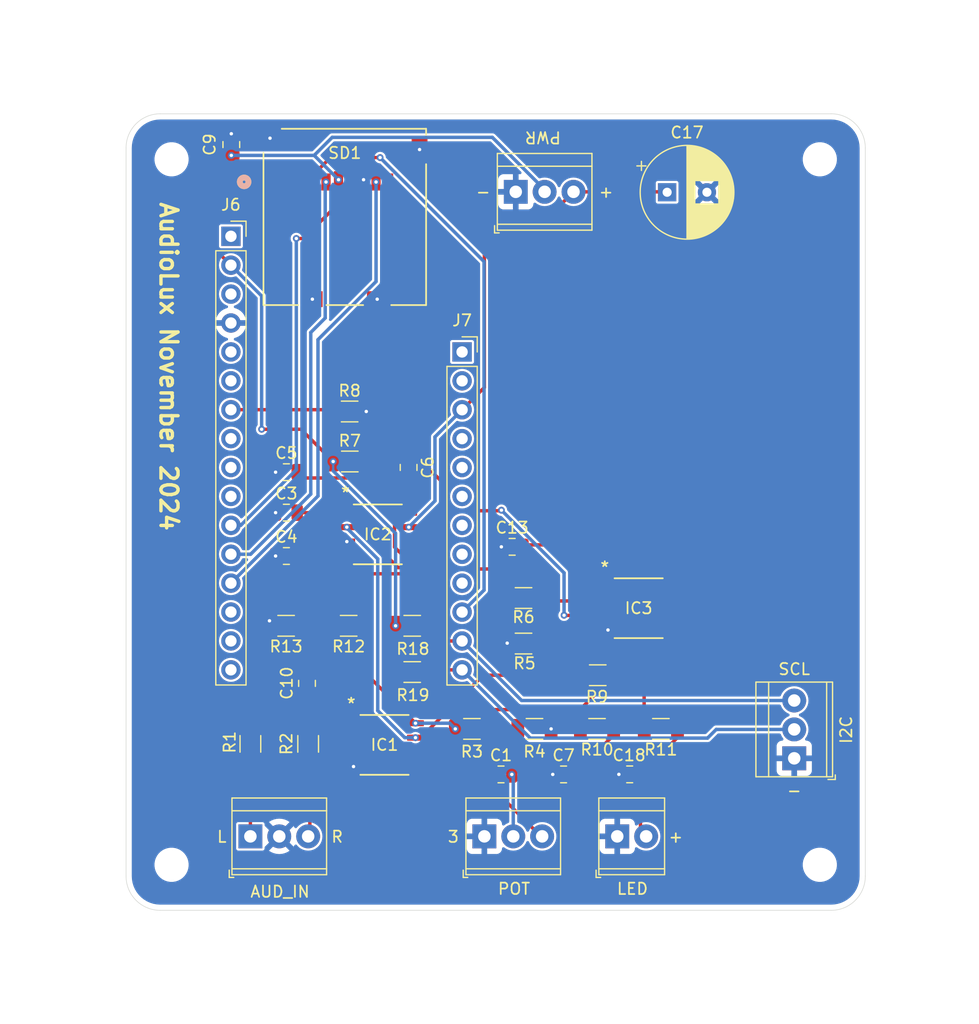
<source format=kicad_pcb>
(kicad_pcb (version 20240108) (generator "pcbnew") (generator_version "8.0")
  (layers (0 "F.Cu" signal) (31 "B.Cu" signal) (34 "B.Paste" user) (35 "F.Paste" user) (36 "B.SilkS" user "B.Silkscreen") (37 "F.SilkS" user "F.Silkscreen") (38 "B.Mask" user) (39 "F.Mask" user) (44 "Edge.Cuts" user))
  (net 0 "")
  (net 1 "GND")
  (net 2 "Net-(C7-Pad2)")
  (net 3 "A1")
  (net 4 "A0")
  (net 5 "3V3")
  (net 6 "A2")
  (net 7 "USB")
  (net 8 "Net-(C10-Pad2)")
  (net 9 "Net-(IC1-2IN+)")
  (net 10 "Net-(IC2-COM)")
  (net 11 "Net-(IC2-CLK)")
  (net 12 "Net-(IC2-OUT)")
  (net 13 "Net-(IC1-1IN+)")
  (net 14 "Net-(IC1-1IN-)")
  (net 15 "Net-(IC1-2IN-)")
  (net 16 "Net-(IC1-2OUT)")
  (net 17 "Net-(IC3-1IN-)")
  (net 18 "Net-(IC3-1OUT)")
  (net 22 "Net-(J4-Pin_2)")
  (net 23 "Net-(J3-Pin_1)")
  (net 24 "Net-(J3-Pin_3)")
  (net 25 "Net-(J5-Pin_2)")
  (net 39 "SD_CS")
  (net 41 "MI")
  (net 42 "TX")
  (net 43 "RX")
  (net 44 "SCK")
  (net 45 "MO")
  (net 46 "SDA")
  (net 47 "SCL")
  (footprint "Capacitor_SMD:C_0805_2012Metric" (layer "F.Cu") (at 132.968 108.056)
    (property "Reference" "C1" (at 0 -1.68 0) (layer "F.SilkS"))
    (property "Value" "10uF")
    (pad "1" smd roundrect (at -0.95 0) (size 1 1.45) (layers "F.Cu" "F.Paste" "F.Mask") (net 9 "Net-(IC1-2IN+)"))
    (pad "2" smd roundrect (at 0.95 0) (size 1 1.45) (layers "F.Cu" "F.Paste" "F.Mask") (net 22 "Net-(J4-Pin_2)"))
  )
  (footprint "TerminalBlock_TE-Connectivity:TerminalBlock_TE_282834-3_1x03_P2.54mm_Horizontal" (layer "F.Cu") (at 110.931 113.5)
    (property "Reference" "J3")
    (property "Value" "Screw_Terminal_01x03")
    (pad "1" thru_hole rect (at 0 0) (size 2.1 2.1) (drill 1.1) (layers "*.Cu" "*.Mask") (net 23 "Net-(J3-Pin_1)"))
    (pad "2" thru_hole circle (at 2.54 0) (size 2.1 2.1) (drill 1.1) (layers "*.Cu" "*.Mask") (net 1 "GND"))
    (pad "3" thru_hole circle (at 5.08 0) (size 2.1 2.1) (drill 1.1) (layers "*.Cu" "*.Mask") (net 24 "Net-(J3-Pin_3)"))
  )
  (footprint "Resistor_SMD:R_1206_3216Metric" (layer "F.Cu") (at 119.5725 94.996 180)
    (property "Reference" "R12" (at 0 -1.82 0) (layer "F.SilkS"))
    (property "Value" "10k")
    (pad "1" smd roundrect (at -1.4625 0 180) (size 1.125 1.75) (layers "F.Cu" "F.Paste" "F.Mask") (roundrect_rratio 0.222222) (net 7 "USB"))
    (pad "2" smd roundrect (at 1.4625 0 180) (size 1.125 1.75) (layers "F.Cu" "F.Paste" "F.Mask") (roundrect_rratio 0.222222) (net 13 "Net-(IC1-1IN+)"))
  )
  (footprint "Resistor_SMD:R_1206_3216Metric" (layer "F.Cu") (at 125.1605 99.06 180)
    (property "Reference" "R19" (at -0.0615 -2.032 0) (layer "F.SilkS"))
    (property "Value" "10k")
    (pad "1" smd roundrect (at -1.4625 0 180) (size 1.125 1.75) (layers "F.Cu" "F.Paste" "F.Mask") (roundrect_rratio 0.222222) (net 46 "SDA"))
    (pad "2" smd roundrect (at 1.4625 0 180) (size 1.125 1.75) (layers "F.Cu" "F.Paste" "F.Mask") (roundrect_rratio 0.222222) (net 5 "3V3"))
  )
  (footprint "Resistor_SMD:R_1206_3216Metric" (layer "F.Cu") (at 114.0725 94.996 180)
    (property "Reference" "R13" (at 0 -1.82 0) (layer "F.SilkS"))
    (property "Value" "10k")
    (pad "1" smd roundrect (at -1.4625 0 180) (size 1.125 1.75) (layers "F.Cu" "F.Paste" "F.Mask") (roundrect_rratio 0.222222) (net 13 "Net-(IC1-1IN+)"))
    (pad "2" smd roundrect (at 1.4625 0 180) (size 1.125 1.75) (layers "F.Cu" "F.Paste" "F.Mask") (roundrect_rratio 0.222222) (net 1 "GND"))
  )
  (footprint "Resistor_SMD:R_1206_3216Metric" (layer "F.Cu") (at 116.011 105.372 -90)
    (property "Reference" "R2" (at 0 1.908 90) (layer "F.SilkS"))
    (property "Value" "10k")
    (pad "1" smd roundrect (at -1.4625 0 270) (size 1.125 1.75) (layers "F.Cu" "F.Paste" "F.Mask") (roundrect_rratio 0.222222) (net 8 "Net-(C10-Pad2)"))
    (pad "2" smd roundrect (at 1.4625 0 270) (size 1.125 1.75) (layers "F.Cu" "F.Paste" "F.Mask") (roundrect_rratio 0.222222) (net 24 "Net-(J3-Pin_3)"))
  )
  (footprint "footprints:21-0041B_8_MXM" (layer "F.Cu") (at 122.135 86.961)
    (property "Reference" "IC2" (at 0 0 0) (layer "F.SilkS"))
    (property "Value" "MAX7403CSA+")
    (pad "1" smd rect (at -2.72415 -1.905) (size 1.4605 0.5334) (layers "F.Cu" "F.Paste" "F.Mask") (net 10 "Net-(IC2-COM)"))
    (pad "2" smd rect (at -2.72415 -0.635) (size 1.4605 0.5334) (layers "F.Cu" "F.Paste" "F.Mask") (net 16 "Net-(IC1-2OUT)"))
    (pad "3" smd rect (at -2.72415 0.635) (size 1.4605 0.5334) (layers "F.Cu" "F.Paste" "F.Mask") (net 1 "GND"))
    (pad "4" smd rect (at -2.72415 1.905) (size 1.4605 0.5334) (layers "F.Cu" "F.Paste" "F.Mask") (net 7 "USB"))
    (pad "5" smd rect (at 2.72415 1.905) (size 1.4605 0.5334) (layers "F.Cu" "F.Paste" "F.Mask") (net 12 "Net-(IC2-OUT)"))
    (pad "6" smd rect (at 2.72415 0.635) (size 1.4605 0.5334) (layers "F.Cu" "F.Paste" "F.Mask") (net 10 "Net-(IC2-COM)"))
    (pad "7" smd rect (at 2.72415 -0.635) (size 1.4605 0.5334) (layers "F.Cu" "F.Paste" "F.Mask") (net 7 "USB"))
    (pad "8" smd rect (at 2.72415 -1.905) (size 1.4605 0.5334) (layers "F.Cu" "F.Paste" "F.Mask") (net 11 "Net-(IC2-CLK)"))
  )
  (footprint "Resistor_SMD:R_1206_3216Metric" (layer "F.Cu") (at 147.0242 104.056 180)
    (property "Reference" "R11" (at 0 -1.82 0) (layer "F.SilkS"))
    (property "Value" "150")
    (pad "1" smd roundrect (at -1.4625 0 180) (size 1.125 1.75) (layers "F.Cu" "F.Paste" "F.Mask") (roundrect_rratio 0.222222) (net 25 "Net-(J5-Pin_2)"))
    (pad "2" smd roundrect (at 1.4625 0 180) (size 1.125 1.75) (layers "F.Cu" "F.Paste" "F.Mask") (roundrect_rratio 0.222222) (net 18 "Net-(IC3-1OUT)"))
  )
  (footprint "Capacitor_SMD:C_0805_2012Metric" (layer "F.Cu") (at 144.281 108.0516 180)
    (property "Reference" "C18" (at 0.0508 1.6764 0) (layer "F.SilkS"))
    (property "Value" "0.1uF")
    (pad "1" smd roundrect (at -0.95 0 180) (size 1 1.45) (layers "F.Cu" "F.Paste" "F.Mask") (net 25 "Net-(J5-Pin_2)"))
    (pad "2" smd roundrect (at 0.95 0 180) (size 1 1.45) (layers "F.Cu" "F.Paste" "F.Mask") (net 1 "GND"))
  )
  (footprint "Capacitor_THT:CP_Radial_D8.0mm_P3.50mm" (layer "F.Cu") (at 147.574 56.896)
    (property "Reference" "C17" (at 1.75 -5.25 0) (layer "F.SilkS"))
    (property "Value" "C_Polarized")
    (pad "1" thru_hole rect (at 0 0) (size 1.6 1.6) (drill 0.8) (layers "*.Cu" "*.Mask") (net 7 "USB"))
    (pad "2" thru_hole circle (at 3.5 0) (size 1.6 1.6) (drill 0.8) (layers "*.Cu" "*.Mask") (net 1 "GND"))
  )
  (footprint "Capacitor_SMD:C_0805_2012Metric" (layer "F.Cu") (at 124.842 81.079 -90)
    (property "Reference" "C6" (at 0 -1.68 -90) (layer "F.SilkS"))
    (property "Value" "10uF")
    (pad "1" smd roundrect (at -0.95 0 270) (size 1 1.45) (layers "F.Cu" "F.Paste" "F.Mask") (net 6 "A2"))
    (pad "2" smd roundrect (at 0.95 0 270) (size 1 1.45) (layers "F.Cu" "F.Paste" "F.Mask") (net 12 "Net-(IC2-OUT)"))
  )
  (footprint "Capacitor_SMD:C_0805_2012Metric" (layer "F.Cu") (at 109.2544 52.705 -90)
    (property "Reference" "C9" (at 0 1.905 90) (layer "F.SilkS"))
    (property "Value" "100nF")
    (pad "1" smd roundrect (at -0.95 0 270) (size 1 1.45) (layers "F.Cu" "F.Paste" "F.Mask") (net 1 "GND"))
    (pad "2" smd roundrect (at 0.95 0 270) (size 1 1.45) (layers "F.Cu" "F.Paste" "F.Mask") (net 5 "3V3"))
  )
  (footprint "Resistor_SMD:R_1206_3216Metric" (layer "F.Cu") (at 125.1605 94.996 180)
    (property "Reference" "R18" (at -0.0615 -2.032 0) (layer "F.SilkS"))
    (property "Value" "10k")
    (pad "1" smd roundrect (at -1.4625 0 180) (size 1.125 1.75) (layers "F.Cu" "F.Paste" "F.Mask") (roundrect_rratio 0.222222) (net 47 "SCL"))
    (pad "2" smd roundrect (at 1.4625 0 180) (size 1.125 1.75) (layers "F.Cu" "F.Paste" "F.Mask") (roundrect_rratio 0.222222) (net 5 "3V3"))
  )
  (footprint "Resistor_SMD:R_1206_3216Metric" (layer "F.Cu") (at 141.4725 99.339 180)
    (property "Reference" "R9" (at 0.0615 -1.905 0) (layer "F.SilkS"))
    (property "Value" "22k")
    (pad "1" smd roundrect (at -1.4625 0 180) (size 1.125 1.75) (layers "F.Cu" "F.Paste" "F.Mask") (roundrect_rratio 0.222222) (net 15 "Net-(IC1-2IN-)"))
    (pad "2" smd roundrect (at 1.4625 0 180) (size 1.125 1.75) (layers "F.Cu" "F.Paste" "F.Mask") (roundrect_rratio 0.222222) (net 16 "Net-(IC1-2OUT)"))
  )
  (footprint "Connector_PinSocket_2.54mm:PinSocket_1x12_P2.54mm_Vertical" (layer "F.Cu") (at 129.5458 70.9296)
    (property "Reference" "J7" (at 0 -2.77 0) (layer "F.SilkS"))
    (property "Value" "Conn_01x12_Socket")
    (pad "1" thru_hole rect (at 0 0) (size 1.7 1.7) (drill 1) (layers "*.Cu" "*.Mask"))
    (pad "2" thru_hole oval (at 0 2.54) (size 1.7 1.7) (drill 1) (layers "*.Cu" "*.Mask"))
    (pad "3" thru_hole oval (at 0 5.08) (size 1.7 1.7) (drill 1) (layers "*.Cu" "*.Mask") (net 7 "USB"))
    (pad "4" thru_hole oval (at 0 7.62) (size 1.7 1.7) (drill 1) (layers "*.Cu" "*.Mask"))
    (pad "5" thru_hole oval (at 0 10.16) (size 1.7 1.7) (drill 1) (layers "*.Cu" "*.Mask"))
    (pad "6" thru_hole oval (at 0 12.7) (size 1.7 1.7) (drill 1) (layers "*.Cu" "*.Mask"))
    (pad "7" thru_hole oval (at 0 15.24) (size 1.7 1.7) (drill 1) (layers "*.Cu" "*.Mask"))
    (pad "8" thru_hole oval (at 0 17.78) (size 1.7 1.7) (drill 1) (layers "*.Cu" "*.Mask"))
    (pad "9" thru_hole oval (at 0 20.32) (size 1.7 1.7) (drill 1) (layers "*.Cu" "*.Mask"))
    (pad "10" thru_hole oval (at 0 22.86) (size 1.7 1.7) (drill 1) (layers "*.Cu" "*.Mask") (net 39 "SD_CS"))
    (pad "11" thru_hole oval (at 0 25.4) (size 1.7 1.7) (drill 1) (layers "*.Cu" "*.Mask") (net 47 "SCL"))
    (pad "12" thru_hole oval (at 0 27.94) (size 1.7 1.7) (drill 1) (layers "*.Cu" "*.Mask") (net 46 "SDA"))
  )
  (footprint "Resistor_SMD:R_1206_3216Metric" (layer "F.Cu") (at 141.4105 104.056 180)
    (property "Reference" "R10" (at 0 -1.82 0) (layer "F.SilkS"))
    (property "Value" "6.2k")
    (pad "1" smd roundrect (at -1.4625 0 180) (size 1.125 1.75) (layers "F.Cu" "F.Paste" "F.Mask") (roundrect_rratio 0.222222) (net 2 "Net-(C7-Pad2)"))
    (pad "2" smd roundrect (at 1.4625 0 180) (size 1.125 1.75) (layers "F.Cu" "F.Paste" "F.Mask") (roundrect_rratio 0.222222) (net 15 "Net-(IC1-2IN-)"))
  )
  (footprint "MountingHole:MountingHole_2.5mm" (layer "F.Cu") (at 161 54)
    (property "Reference" "REF**" (hide yes))
    (property "Value" "MountingHole_2.5mm")
    (pad "" np_thru_hole circle (at 0 0) (size 2.5 2.5) (drill 2.5) (layers "F&B.Cu" "*.Mask"))
  )
  (footprint "TerminalBlock_TE-Connectivity:TerminalBlock_TE_282834-2_1x02_P2.54mm_Horizontal" (layer "F.Cu") (at 143.189 113.5)
    (property "Reference" "J5")
    (property "Value" "Screw_Terminal_01x02")
    (pad "1" thru_hole rect (at 0 0) (size 2.1 2.1) (drill 1.1) (layers "*.Cu" "*.Mask") (net 1 "GND"))
    (pad "2" thru_hole circle (at 2.54 0) (size 2.1 2.1) (drill 1.1) (layers "*.Cu" "*.Mask") (net 25 "Net-(J5-Pin_2)"))
  )
  (footprint "Resistor_SMD:R_1206_3216Metric" (layer "F.Cu") (at 130.4105 104.056)
    (property "Reference" "R3" (at 0 2 0) (layer "F.SilkS"))
    (property "Value" "10k")
    (pad "1" smd roundrect (at -1.4625 0) (size 1.125 1.75) (layers "F.Cu" "F.Paste" "F.Mask") (roundrect_rratio 0.222222) (net 7 "USB"))
    (pad "2" smd roundrect (at 1.4625 0) (size 1.125 1.75) (layers "F.Cu" "F.Paste" "F.Mask") (roundrect_rratio 0.222222) (net 9 "Net-(IC1-2IN+)"))
  )
  (footprint "TerminalBlock_TE-Connectivity:TerminalBlock_TE_282834-3_1x03_P2.54mm_Horizontal" (layer "F.Cu") (at 131.505 113.5)
    (property "Reference" "J4")
    (property "Value" "Screw_Terminal_01x03")
    (pad "1" thru_hole rect (at 0 0) (size 2.1 2.1) (drill 1.1) (layers "*.Cu" "*.Mask") (net 1 "GND"))
    (pad "2" thru_hole circle (at 2.54 0) (size 2.1 2.1) (drill 1.1) (layers "*.Cu" "*.Mask") (net 22 "Net-(J4-Pin_2)"))
    (pad "3" thru_hole circle (at 5.08 0) (size 2.1 2.1) (drill 1.1) (layers "*.Cu" "*.Mask") (net 14 "Net-(IC1-1IN-)"))
  )
  (footprint "adafruit_1660_microsd:CONN_1660_ADA" (layer "F.Cu") (at 119.231399 59.064)
    (property "Reference" "SD1" (at 0 -5.62 0) (layer "F.SilkS"))
    (property "Value" "~")
    (pad "1" smd rect (at -3.85 -3.07) (size 0.8128 1.4986) (layers "F.Cu" "F.Paste" "F.Mask"))
    (pad "2" smd rect (at -2.75 -2.87) (size 0.8128 1.4986) (layers "F.Cu" "F.Paste" "F.Mask") (net 39 "SD_CS"))
    (pad "3" smd rect (at -1.649999 -3.07) (size 0.8128 1.4986) (layers "F.Cu" "F.Paste" "F.Mask") (net 45 "MO"))
    (pad "4" smd rect (at -0.549999 -3.27) (size 0.8128 1.4986) (layers "F.Cu" "F.Paste" "F.Mask") (net 5 "3V3"))
    (pad "5" smd rect (at 0.549999 -3.07) (size 0.8128 1.4986) (layers "F.Cu" "F.Paste" "F.Mask") (net 44 "SCK"))
    (pad "6" smd rect (at 1.649999 -3.27) (size 0.8128 1.4986) (layers "F.Cu" "F.Paste" "F.Mask") (net 1 "GND"))
    (pad "7" smd rect (at 2.75 -3.07) (size 0.8128 1.4986) (layers "F.Cu" "F.Paste" "F.Mask") (net 41 "MI"))
    (pad "8" smd rect (at 3.85 -3.07) (size 0.8128 1.4986) (layers "F.Cu" "F.Paste" "F.Mask"))
    (pad "9" smd rect (at 2.850001 7.23) (size 1.8034 1.397) (layers "F.Cu" "F.Paste" "F.Mask") (net 1 "GND"))
    (pad "10" smd rect (at -2.850001 7.23) (size 1.8034 1.397) (layers "F.Cu" "F.Paste" "F.Mask") (net 1 "GND"))
    (pad "13" smd rect (at -6.575044 -6.919878) (size 1.397 1.905) (layers "F.Cu" "F.Paste" "F.Mask") (net 1 "GND"))
    (pad "14" smd rect (at 6.575044 -5.919878) (size 1.397 1.905) (layers "F.Cu" "F.Paste" "F.Mask") (net 1 "GND"))
  )
  (footprint "Capacitor_SMD:C_0805_2012Metric" (layer "F.Cu") (at 114.0975 88.862)
    (property "Reference" "C4" (at 0 -1.68 0) (layer "F.SilkS"))
    (property "Value" "0.1uF")
    (pad "1" smd roundrect (at -0.95 0) (size 1 1.45) (layers "F.Cu" "F.Paste" "F.Mask") (net 1 "GND"))
    (pad "2" smd roundrect (at 0.95 0) (size 1 1.45) (layers "F.Cu" "F.Paste" "F.Mask") (net 7 "USB"))
  )
  (footprint "MountingHole:MountingHole_2.5mm" (layer "F.Cu") (at 161 116)
    (property "Reference" "REF**" (hide yes))
    (property "Value" "MountingHole_2.5mm")
    (pad "" np_thru_hole circle (at 0 0) (size 2.5 2.5) (drill 2.5) (layers "F&B.Cu" "*.Mask"))
  )
  (footprint "Connector_PinSocket_2.54mm:PinSocket_1x16_P2.54mm_Vertical" (layer "F.Cu") (at 109.22 60.766)
    (property "Reference" "J6" (at 0 -2.77 0) (layer "F.SilkS"))
    (property "Value" "Conn_01x16_Socket")
    (pad "1" thru_hole rect (at 0 0) (size 1.7 1.7) (drill 1) (layers "*.Cu" "*.Mask"))
    (pad "2" thru_hole oval (at 0 2.54) (size 1.7 1.7) (drill 1) (layers "*.Cu" "*.Mask") (net 5 "3V3"))
    (pad "3" thru_hole oval (at 0 5.08) (size 1.7 1.7) (drill 1) (layers "*.Cu" "*.Mask"))
    (pad "4" thru_hole oval (at 0 7.62) (size 1.7 1.7) (drill 1) (layers "*.Cu" "*.Mask") (net 1 "GND"))
    (pad "5" thru_hole oval (at 0 10.16) (size 1.7 1.7) (drill 1) (layers "*.Cu" "*.Mask") (net 4 "A0"))
    (pad "6" thru_hole oval (at 0 12.7) (size 1.7 1.7) (drill 1) (layers "*.Cu" "*.Mask") (net 3 "A1"))
    (pad "7" thru_hole oval (at 0 15.24) (size 1.7 1.7) (drill 1) (layers "*.Cu" "*.Mask") (net 6 "A2"))
    (pad "8" thru_hole oval (at 0 17.78) (size 1.7 1.7) (drill 1) (layers "*.Cu" "*.Mask"))
    (pad "9" thru_hole oval (at 0 20.32) (size 1.7 1.7) (drill 1) (layers "*.Cu" "*.Mask"))
    (pad "10" thru_hole oval (at 0 22.86) (size 1.7 1.7) (drill 1) (layers "*.Cu" "*.Mask"))
    (pad "11" thru_hole oval (at 0 25.4) (size 1.7 1.7) (drill 1) (layers "*.Cu" "*.Mask") (net 44 "SCK"))
    (pad "12" thru_hole oval (at 0 27.94) (size 1.7 1.7) (drill 1) (layers "*.Cu" "*.Mask") (net 45 "MO"))
    (pad "13" thru_hole oval (at 0 30.48) (size 1.7 1.7) (drill 1) (layers "*.Cu" "*.Mask") (net 41 "MI"))
    (pad "14" thru_hole oval (at 0 33.02) (size 1.7 1.7) (drill 1) (layers "*.Cu" "*.Mask") (net 43 "RX"))
    (pad "15" thru_hole oval (at 0 35.56) (size 1.7 1.7) (drill 1) (layers "*.Cu" "*.Mask") (net 42 "TX"))
    (pad "16" thru_hole oval (at 0 38.1) (size 1.7 1.7) (drill 1) (layers "*.Cu" "*.Mask"))
  )
  (footprint "Resistor_SMD:R_1206_3216Metric" (layer "F.Cu") (at 134.948 96.556 180)
    (property "Reference" "R5" (at -0.0874 -1.742 0) (layer "F.SilkS"))
    (property "Value" "7.5k")
    (pad "1" smd roundrect (at -1.4625 0 180) (size 1.125 1.75) (layers "F.Cu" "F.Paste" "F.Mask") (roundrect_rratio 0.222222) (net 17 "Net-(IC3-1IN-)"))
    (pad "2" smd roundrect (at 1.4625 0 180) (size 1.125 1.75) (layers "F.Cu" "F.Paste" "F.Mask") (roundrect_rratio 0.222222) (net 1 "GND"))
  )
  (footprint "TerminalBlock_TE-Connectivity:TerminalBlock_TE_282834-3_1x03_P2.54mm_Horizontal" (layer "F.Cu") (at 158.75 106.642 90)
    (property "Reference" "I2C")
    (property "Value" "Screw_Terminal_01x03")
    (pad "1" thru_hole rect (at 0 0 90) (size 2.1 2.1) (drill 1.1) (layers "*.Cu" "*.Mask") (net 1 "GND"))
    (pad "2" thru_hole circle (at 2.54 0 90) (size 2.1 2.1) (drill 1.1) (layers "*.Cu" "*.Mask") (net 46 "SDA"))
    (pad "3" thru_hole circle (at 5.08 0 90) (size 2.1 2.1) (drill 1.1) (layers "*.Cu" "*.Mask") (net 47 "SCL"))
  )
  (footprint "Capacitor_SMD:C_0805_2012Metric" (layer "F.Cu") (at 115.9105 100.056 -90)
    (property "Reference" "C10" (at -0.018 1.7825 -90) (layer "F.SilkS"))
    (property "Value" "10uF")
    (pad "1" smd roundrect (at -0.95 0 270) (size 1 1.45) (layers "F.Cu" "F.Paste" "F.Mask") (net 13 "Net-(IC1-1IN+)"))
    (pad "2" smd roundrect (at 0.95 0 270) (size 1 1.45) (layers "F.Cu" "F.Paste" "F.Mask") (net 8 "Net-(C10-Pad2)"))
  )
  (footprint "Capacitor_SMD:C_0805_2012Metric" (layer "F.Cu") (at 114.0975 81.496)
    (property "Reference" "C5" (at 0 -1.68 0) (layer "F.SilkS"))
    (property "Value" "100pF")
    (pad "1" smd roundrect (at -0.95 0) (size 1 1.45) (layers "F.Cu" "F.Paste" "F.Mask") (net 1 "GND"))
    (pad "2" smd roundrect (at 0.95 0) (size 1 1.45) (layers "F.Cu" "F.Paste" "F.Mask") (net 11 "Net-(IC2-CLK)"))
  )
  (footprint "MountingHole:MountingHole_2.5mm" (layer "F.Cu") (at 104 54)
    (property "Reference" "REF**" (hide yes))
    (property "Value" "MountingHole_2.5mm")
    (pad "" np_thru_hole circle (at 0 0) (size 2.5 2.5) (drill 2.5) (layers "F&B.Cu" "*.Mask"))
  )
  (footprint "Resistor_SMD:R_1206_3216Metric" (layer "F.Cu") (at 119.6725 80.556)
    (property "Reference" "R7" (at 0 -1.82 0) (layer "F.SilkS"))
    (property "Value" "10k")
    (pad "1" smd roundrect (at -1.4625 0) (size 1.125 1.75) (layers "F.Cu" "F.Paste" "F.Mask") (roundrect_rratio 0.222222) (net 5 "3V3"))
    (pad "2" smd roundrect (at 1.4625 0) (size 1.125 1.75) (layers "F.Cu" "F.Paste" "F.Mask") (roundrect_rratio 0.222222) (net 6 "A2"))
  )
  (footprint "MountingHole:MountingHole_2.5mm" (layer "F.Cu") (at 104 116)
    (property "Reference" "REF**" (hide yes))
    (property "Value" "MountingHole_2.5mm")
    (pad "" np_thru_hole circle (at 0 0) (size 2.5 2.5) (drill 2.5) (layers "*.Cu" "*.Mask"))
  )
  (footprint "Capacitor_SMD:C_0805_2012Metric" (layer "F.Cu") (at 114.0975 85.052)
    (property "Reference" "C3" (at 0 -1.68 0) (layer "F.SilkS"))
    (property "Value" "0.1uF")
    (pad "1" smd roundrect (at -0.95 0) (size 1 1.45) (layers "F.Cu" "F.Paste" "F.Mask") (net 1 "GND"))
    (pad "2" smd roundrect (at 0.95 0) (size 1 1.45) (layers "F.Cu" "F.Paste" "F.Mask") (net 10 "Net-(IC2-COM)"))
  )
  (footprint "footprints:21-0041B_8_MXM" (layer "F.Cu") (at 122.72385 105.461)
    (property "Reference" "IC1" (at 0 0 0) (layer "F.SilkS"))
    (property "Value" "LMV358IDR")
    (pad "1" smd rect (at -2.72415 -1.905) (size 1.4605 0.5334) (layers "F.Cu" "F.Paste" "F.Mask") (net 14 "Net-(IC1-1IN-)"))
    (pad "2" smd rect (at -2.72415 -0.635) (size 1.4605 0.5334) (layers "F.Cu" "F.Paste" "F.Mask") (net 14 "Net-(IC1-1IN-)"))
    (pad "3" smd rect (at -2.72415 0.635) (size 1.4605 0.5334) (layers "F.Cu" "F.Paste" "F.Mask") (net 13 "Net-(IC1-1IN+)"))
    (pad "4" smd rect (at -2.72415 1.905) (size 1.4605 0.5334) (layers "F.Cu" "F.Paste" "F.Mask") (net 1 "GND"))
    (pad "5" smd rect (at 2.72415 1.905) (size 1.4605 0.5334) (layers "F.Cu" "F.Paste" "F.Mask") (net 9 "Net-(IC1-2IN+)"))
    (pad "6" smd rect (at 2.72415 0.635) (size 1.4605 0.5334) (layers "F.Cu" "F.Paste" "F.Mask") (net 15 "Net-(IC1-2IN-)"))
    (pad "7" smd rect (at 2.72415 -0.635) (size 1.4605 0.5334) (layers "F.Cu" "F.Paste" "F.Mask") (net 16 "Net-(IC1-2OUT)"))
    (pad "8" smd rect (at 2.72415 -1.905) (size 1.4605 0.5334) (layers "F.Cu" "F.Paste" "F.Mask") (net 7 "USB"))
  )
  (footprint "Resistor_SMD:R_1206_3216Metric" (layer "F.Cu") (at 134.948 92.556)
    (property "Reference" "R6" (at 0 1.678 0) (layer "F.SilkS"))
    (property "Value" "5k")
    (pad "1" smd roundrect (at -1.4625 0) (size 1.125 1.75) (layers "F.Cu" "F.Paste" "F.Mask") (roundrect_rratio 0.222222) (net 7 "USB"))
    (pad "2" smd roundrect (at 1.4625 0) (size 1.125 1.75) (layers "F.Cu" "F.Paste" "F.Mask") (roundrect_rratio 0.222222) (net 17 "Net-(IC3-1IN-)"))
  )
  (footprint "Resistor_SMD:R_1206_3216Metric" (layer "F.Cu") (at 119.6579 76.162)
    (property "Reference" "R8" (at 0 -1.82 0) (layer "F.SilkS"))
    (property "Value" "10k")
    (pad "1" smd roundrect (at -1.4625 0) (size 1.125 1.75) (layers "F.Cu" "F.Paste" "F.Mask") (roundrect_rratio 0.222222) (net 6 "A2"))
    (pad "2" smd roundrect (at 1.4625 0) (size 1.125 1.75) (layers "F.Cu" "F.Paste" "F.Mask") (roundrect_rratio 0.222222) (net 1 "GND"))
  )
  (footprint "Capacitor_SMD:C_0805_2012Metric" (layer "F.Cu") (at 138.468 108.056)
    (property "Reference" "C7" (at 0 -1.68 0) (layer "F.SilkS"))
    (property "Value" "10uF")
    (pad "1" smd roundrect (at -0.95 0) (size 1 1.45) (layers "F.Cu" "F.Paste" "F.Mask") (net 1 "GND"))
    (pad "2" smd roundrect (at 0.95 0) (size 1 1.45) (layers "F.Cu" "F.Paste" "F.Mask") (net 2 "Net-(C7-Pad2)"))
  )
  (footprint "TerminalBlock_TE-Connectivity:TerminalBlock_TE_282834-3_1x03_P2.54mm_Horizontal" (layer "F.Cu") (at 134.262949 56.858)
    (property "Reference" "J1")
    (property "Value" "Screw_Terminal_01x03")
    (pad "1" thru_hole rect (at 0 0) (size 2.1 2.1) (drill 1.1) (layers "*.Cu" "*.Mask") (net 1 "GND"))
    (pad "2" thru_hole circle (at 2.54 0) (size 2.1 2.1) (drill 1.1) (layers "*.Cu" "*.Mask") (net 5 "3V3"))
    (pad "3" thru_hole circle (at 5.08 0) (size 2.1 2.1) (drill 1.1) (layers "*.Cu" "*.Mask") (net 7 "USB"))
  )
  (footprint "Resistor_SMD:R_1206_3216Metric" (layer "F.Cu") (at 135.9105 104.056)
    (property "Reference" "R4" (at 0 2 0) (layer "F.SilkS"))
    (property "Value" "10k")
    (pad "1" smd roundrect (at -1.4625 0) (size 1.125 1.75) (layers "F.Cu" "F.Paste" "F.Mask") (roundrect_rratio 0.222222) (net 9 "Net-(IC1-2IN+)"))
    (pad "2" smd roundrect (at 1.4625 0) (size 1.125 1.75) (layers "F.Cu" "F.Paste" "F.Mask") (roundrect_rratio 0.222222) (net 1 "GND"))
  )
  (footprint "Capacitor_SMD:C_0805_2012Metric" (layer "F.Cu") (at 133.948 88.056)
    (property "Reference" "C13" (at 0 -1.68 0) (layer "F.SilkS"))
    (property "Value" "0.1uF")
    (pad "1" smd roundrect (at -0.95 0) (size 1 1.45) (layers "F.Cu" "F.Paste" "F.Mask") (net 1 "GND"))
    (pad "2" smd roundrect (at 0.95 0) (size 1 1.45) (layers "F.Cu" "F.Paste" "F.Mask") (net 7 "USB"))
  )
  (footprint "Resistor_SMD:R_1206_3216Metric" (layer "F.Cu") (at 110.931 105.372 -90)
    (property "Reference" "R1" (at -0.1465 1.82 90) (layer "F.SilkS"))
    (property "Value" "10k")
    (pad "1" smd roundrect (at -1.4625 0 270) (size 1.125 1.75) (layers "F.Cu" "F.Paste" "F.Mask") (roundrect_rratio 0.222222) (net 8 "Net-(C10-Pad2)"))
    (pad "2" smd roundrect (at 1.4625 0 270) (size 1.125 1.75) (layers "F.Cu" "F.Paste" "F.Mask") (roundrect_rratio 0.222222) (net 23 "Net-(J3-Pin_1)"))
  )
  (footprint "footprints:21-0041B_8_MXM" (layer "F.Cu") (at 145.07 93.449)
    (property "Reference" "IC3" (at 0 0 0) (layer "F.SilkS"))
    (property "Value" "LMV358IDR")
    (pad "1" smd rect (at -2.72415 -1.905) (size 1.4605 0.5334) (layers "F.Cu" "F.Paste" "F.Mask") (net 18 "Net-(IC3-1OUT)"))
    (pad "2" smd rect (at -2.72415 -0.635) (size 1.4605 0.5334) (layers "F.Cu" "F.Paste" "F.Mask") (net 17 "Net-(IC3-1IN-)"))
    (pad "3" smd rect (at -2.72415 0.635) (size 1.4605 0.5334) (layers "F.Cu" "F.Paste" "F.Mask") (net 6 "A2"))
    (pad "4" smd rect (at -2.72415 1.905) (size 1.4605 0.5334) (layers "F.Cu" "F.Paste" "F.Mask") (net 1 "GND"))
    (pad "5" smd rect (at 2.72415 1.905) (size 1.4605 0.5334) (layers "F.Cu" "F.Paste" "F.Mask"))
    (pad "6" smd rect (at 2.72415 0.635) (size 1.4605 0.5334) (layers "F.Cu" "F.Paste" "F.Mask"))
    (pad "7" smd rect (at 2.72415 -0.635) (size 1.4605 0.5334) (layers "F.Cu" "F.Paste" "F.Mask"))
    (pad "8" smd rect (at 2.72415 -1.905) (size 1.4605 0.5334) (layers "F.Cu" "F.Paste" "F.Mask") (net 7 "USB"))
  )
  (gr_arc (start 165 117) (mid 164.12132 119.12132) (end 162 120) (stroke (width 0.05)) (layer "Edge.Cuts"))
  (gr_line (start 165 53) (end 165 117) (stroke (width 0.05)) (layer "Edge.Cuts"))
  (gr_arc (start 103 120) (mid 100.87868 119.12132) (end 100 117) (stroke (width 0.05)) (layer "Edge.Cuts"))
  (gr_arc (start 100 53) (mid 100.87868 50.87868) (end 103 50) (stroke (width 0.05)) (layer "Edge.Cuts"))
  (gr_arc (start 162 50) (mid 164.12132 50.87868) (end 165 53) (stroke (width 0.05)) (layer "Edge.Cuts"))
  (gr_line (start 103 50) (end 162 50) (stroke (width 0.05)) (layer "Edge.Cuts"))
  (gr_line (start 100 117) (end 100 53) (stroke (width 0.05)) (layer "Edge.Cuts"))
  (gr_line (start 162 120) (end 103 120) (stroke (width 0.05)) (layer "Edge.Cuts"))
  (gr_text "*" (at 119.2874 83.312 0) (layer "F.SilkS") (effects (font (size 1 1))))
  (gr_text "PWR" (at 136.652 52.07 180) (layer "F.SilkS") (effects (font (size 1 1))))
  (gr_text "AUD_IN" (at 113.538 118.364 0) (layer "F.SilkS") (effects (font (size 1 1))))
  (gr_text "+" (at 148.336 113.538 0) (layer "F.SilkS") (effects (font (size 1 1))))
  (gr_text "POT" (at 134.112 118.11 0) (layer "F.SilkS") (effects (font (size 1 1))))
  (gr_text "AudioLux November 2024" (at 102.87 57.62 270) (layer "F.SilkS") (effects (font (size 1.5 1.5) (thickness 0.3) (bold yes)) (justify left bottom)))
  (gr_text "*" (at 142.09185 89.8676 0) (layer "F.SilkS") (effects (font (size 1 1))))
  (gr_text "-" (at 158.75 109.474 0) (layer "F.SilkS") (effects (font (size 1 1))))
  (gr_text "L		   R" (at 113.538 113.538 0) (layer "F.SilkS") (effects (font (size 1 1))))
  (gr_text "LED" (at 144.526 118.11 0) (layer "F.SilkS") (effects (font (size 1 1))))
  (gr_text "SCL" (at 158.75 98.806 0) (layer "F.SilkS") (effects (font (size 1 1))))
  (gr_text "-		    +" (at 136.802949 56.858 0) (layer "F.SilkS") (effects (font (size 1 1))))
  (gr_text "I2C" (at 163.322 104.14 90) (layer "F.SilkS") (effects (font (size 1 1))))
  (gr_text "3" (at 128.778 113.538 0) (layer "F.SilkS") (effects (font (size 1 1))))
  (gr_text "*" (at 119.7954 101.854 0) (layer "F.SilkS") (effects (font (size 1 1))))
  (via (at 113.1475 81.496) (size 0.6) (drill 0.3) (layers "F.Cu" "B.Cu") (net 1))
  (via (at 112.656355 52.144122) (size 0.6) (drill 0.3) (layers "F.Cu" "B.Cu") (net 1))
  (via (at 125.806443 53.144122) (size 0.6) (drill 0.3) (layers "F.Cu" "B.Cu") (net 1))
  (via (at 142.3728 95.3644) (size 0.6) (drill 0.3) (layers "F.Cu" "B.Cu") (net 1))
  (via (at 133.5114 96.52) (size 0.6) (drill 0.3) (layers "F.Cu" "B.Cu") (net 1))
  (via (at 137.518 108.056) (size 0.6) (drill 0.3) (layers "F.Cu" "B.Cu") (net 1))
  (via (at 119.41085 87.596) (size 0.6) (drill 0.3) (layers "F.Cu" "B.Cu") (net 1))
  (via (at 112.61 94.556) (size 0.6) (drill 0.3) (layers "F.Cu" "B.Cu") (net 1))
  (via (at 121.1204 76.162) (size 0.6) (drill 0.3) (layers "F.Cu" "B.Cu") (net 1))
  (via (at 122.0814 66.294) (size 0.6) (drill 0.3) (layers "F.Cu" "B.Cu") (net 1))
  (via (at 116.381398 66.294) (size 0.6) (drill 0.3) (layers "F.Cu" "B.Cu") (net 1))
  (via (at 132.998 88.056) (size 0.6) (drill 0.3) (layers "F.Cu" "B.Cu") (net 1))
  (via (at 143.331 108.0516) (size 0.6) (drill 0.3) (layers "F.Cu" "B.Cu") (net 1))
  (via (at 113.1475 85.052) (size 0.6) (drill 0.3) (layers "F.Cu" "B.Cu") (net 1))
  (via (at 119.9997 107.366) (size 0.6) (drill 0.3) (layers "F.Cu" "B.Cu") (net 1))
  (via (at 120.881398 55.794) (size 0.6) (drill 0.3) (layers "F.Cu" "B.Cu") (net 1))
  (via (at 113.1475 88.862) (size 0.6) (drill 0.3) (layers "F.Cu" "B.Cu") (net 1))
  (via (at 137.373 104.056) (size 0.6) (drill 0.3) (layers "F.Cu" "B.Cu") (net 1))
  (via (at 109.2544 51.755) (size 0.6) (drill 0.3) (layers "F.Cu" "B.Cu") (net 1))
  (segment (start 112.656355 52.144122) (end 112.730477 52.07) (width 0.3) (layer "B.Cu") (net 1))
  (segment (start 139.418 108.056) (end 142.873 104.601) (width 0.3) (layer "F.Cu") (net 2))
  (segment (start 118.21 80.556) (end 115.378 77.724) (width 0.3) (layer "F.Cu") (net 5))
  (segment (start 115.378 77.724) (end 111.9214 77.724) (width 0.3) (layer "F.Cu") (net 5))
  (segment (start 123.698 99.06) (end 123.698 94.996) (width 0.3) (layer "F.Cu") (net 5))
  (segment (start 109.2544 53.655) (end 106.7144 56.195) (width 0.3) (layer "F.Cu") (net 5))
  (segment (start 106.7144 60.8004) (end 109.22 63.306) (width 0.3) (layer "F.Cu") (net 5))
  (segment (start 106.7144 56.195) (end 106.7144 60.8004) (width 0.3) (layer "F.Cu") (net 5))
  (via (at 109.2544 53.655) (size 0.6) (drill 0.3) (layers "F.Cu" "B.Cu") (net 5))
  (via (at 118.21 80.556) (size 0.6) (drill 0.3) (layers "F.Cu" "B.Cu") (net 5))
  (via (at 123.698 94.996) (size 0.6) (drill 0.3) (layers "F.Cu" "B.Cu") (net 5))
  (via (at 118.6814 55.794) (size 0.6) (drill 0.3) (layers "F.Cu" "B.Cu") (net 5))
  (via (at 111.9214 77.724) (size 0.6) (drill 0.3) (layers "F.Cu" "B.Cu") (net 5))
  (segment (start 109.22 63.306) (end 111.9214 66.0074) (width 0.3) (layer "B.Cu") (net 5))
  (segment (start 123.698 86.868) (end 118.21 81.38) (width 0.3) (layer "B.Cu") (net 5))
  (segment (start 123.698 94.996) (end 123.698 86.868) (width 0.3) (layer "B.Cu") (net 5))
  (segment (start 118.1274 52.07) (end 132.205349 52.07) (width 0.3) (layer "B.Cu") (net 5))
  (segment (start 118.6814 55.794) (end 116.5424 53.655) (width 0.3) (layer "B.Cu") (net 5))
  (segment (start 116.5424 53.655) (end 109.2544 53.655) (width 0.3) (layer "B.Cu") (net 5))
  (segment (start 111.9214 66.0074) (end 111.9214 77.724) (width 0.3) (layer "B.Cu") (net 5))
  (segment (start 116.5424 53.655) (end 118.1274 52.07) (width 0.3) (layer "B.Cu") (net 5))
  (segment (start 132.205349 52.07) (end 136.802949 56.6676) (width 0.3) (layer "B.Cu") (net 5))
  (segment (start 118.21 80.556) (end 118.21 81.38) (width 0.2) (layer "B.Cu") (net 5))
  (segment (start 109.22 76.006) (end 118.0394 76.006) (width 0.3) (layer "F.Cu") (net 6))
  (segment (start 142.34585 94.084) (end 138.527 94.084) (width 0.3) (layer "F.Cu") (net 6))
  (segment (start 128.240374 84.390974) (end 128.734795 84.885395) (width 0.3) (layer "F.Cu") (net 6))
  (segment (start 125.567 80.129) (end 121.562 80.129) (width 0.3) (layer "F.Cu") (net 6))
  (segment (start 125.562054 80.129) (end 128.240374 82.80732) (width 0.3) (layer "F.Cu") (net 6))
  (segment (start 121.562 80.129) (end 121.135 80.556) (width 0.3) (layer "F.Cu") (net 6))
  (segment (start 128.240374 82.80732) (end 128.240374 84.390974) (width 0.3) (layer "F.Cu") (net 6))
  (segment (start 128.734795 84.885395) (end 132.954005 84.885395) (width 0.3) (layer "F.Cu") (net 6))
  (segment (start 132.954005 84.885395) (end 133.0034 84.836) (width 0.3) (layer "F.Cu") (net 6))
  (segment (start 118.1954 76.162) (end 121.135 79.1016) (width 0.3) (layer "F.Cu") (net 6))
  (segment (start 138.527 94.084) (end 138.512 94.069) (width 0.3) (layer "F.Cu") (net 6))
  (segment (start 121.135 79.1016) (end 121.135 80.556) (width 0.3) (layer "F.Cu") (net 6))
  (via (at 133.0034 84.836) (size 0.6) (drill 0.3) (layers "F.Cu" "B.Cu") (net 6))
  (via (at 138.512 94.069) (size 0.6) (drill 0.3) (layers "F.Cu" "B.Cu") (net 6))
  (segment (start 133.0034 84.836) (end 138.512 90.3446) (width 0.3) (layer "B.Cu") (net 6))
  (segment (start 138.512 90.3446) (end 138.512 94.069) (width 0.3) (layer "B.Cu") (net 6))
  (segment (start 121.035 99.143) (end 125.448 103.556) (width 0.3) (layer "F.Cu") (net 7))
  (segment (start 137.526949 58.674) (end 133.35 58.674) (width 0.3) (layer "F.Cu") (net 7))
  (segment (start 119.41085 88.866) (end 120.96885 90.424) (width 0.3) (layer "F.Cu") (net 7))
  (segment (start 121.035 94.556) (end 121.035 99.143) (width 0.3) (layer "F.Cu") (net 7))
  (segment (start 131.505 74.0504) (end 129.5458 76.0096) (width 0.3) (layer "F.Cu") (net 7))
  (segment (start 135.07 87.884) (end 144.13415 87.884) (width 0.3) (layer "F.Cu") (net 7))
  (segment (start 133.4855 90.0309) (end 133.5114 90.005) (width 0.3) (layer "F.Cu") (net 7))
  (segment (start 128.784575 90.005) (end 128.8651 90.005) (width 0.3) (layer "F.Cu") (net 7))
  (segment (start 144.13415 87.884) (end 147.79415 91.544) (width 0.3) (layer "F.Cu") (net 7))
  (segment (start 139.342949 56.858) (end 147.536 56.858) (width 0.3) (layer "F.Cu") (net 7))
  (segment (start 120.96885 90.424) (end 128.365575 90.424) (width 0.3) (layer "F.Cu") (net 7))
  (segment (start 131.505 60.519) (end 131.505 74.0504) (width 0.3) (layer "F.Cu") (net 7))
  (segment (start 128.365575 90.424) (end 128.784575 90.005) (width 0.3) (layer "F.Cu") (net 7))
  (segment (start 133.35 58.674) (end 131.505 60.519) (width 0.3) (layer "F.Cu") (net 7))
  (segment (start 119.41085 88.866) (end 115.0515 88.866) (width 0.3) (layer "F.Cu") (net 7))
  (segment (start 139.342949 56.858) (end 137.526949 58.674) (width 0.3) (layer "F.Cu") (net 7))
  (segment (start 121.035 94.556) (end 121.035 90.49015) (width 0.3) (layer "F.Cu") (net 7))
  (segment (start 133.5114 90.005) (end 134.898 88.6184) (width 0.3) (layer "F.Cu") (net 7))
  (segment (start 133.4855 92.556) (end 133.4855 90.0309) (width 0.3) (layer "F.Cu") (net 7))
  (segment (start 128.8651 90.005) (end 133.5114 90.005) (width 0.3) (layer "F.Cu") (net 7))
  (segment (start 121.035 90.49015) (end 119.41085 88.866) (width 0.2) (layer "F.Cu") (net 7))
  (segment (start 125.1861 86.326) (end 128.8651 90.005) (width 0.3) (layer "F.Cu") (net 7))
  (via (at 128.948 104.056) (size 0.6) (drill 0.3) (layers "F.Cu" "B.Cu") (net 7))
  (via (at 124.85915 86.326) (size 0.6) (drill 0.3) (layers "F.Cu" "B.Cu") (net 7))
  (via (at 125.448 103.556) (size 0.6) (drill 0.3) (layers "F.Cu" "B.Cu") (net 7))
  (segment (start 124.85915 86.326) (end 127.1614 84.02375) (width 0.3) (layer "B.Cu") (net 7))
  (segment (start 125.448 103.556) (end 128.448 103.556) (width 0.3) (layer "B.Cu") (net 7))
  (segment (start 127.1614 84.02375) (end 127.1614 78.394) (width 0.3) (layer "B.Cu") (net 7))
  (segment (start 127.1614 78.394) (end 129.5458 76.0096) (width 0.3) (layer "B.Cu") (net 7))
  (segment (start 128.448 103.556) (end 128.948 104.056) (width 0.3) (layer "B.Cu") (net 7))
  (segment (start 116.011 103.9095) (end 110.931 103.9095) (width 0.3) (layer "F.Cu") (net 8))
  (segment (start 116.011 103.9095) (end 116.011 101.1065) (width 0.3) (layer "F.Cu") (net 8))
  (segment (start 131.873 107.911) (end 131.873 104.056) (width 0.3) (layer "F.Cu") (net 9))
  (segment (start 134.448 104.056) (end 131.873 104.056) (width 0.3) (layer "F.Cu") (net 9))
  (segment (start 131.87 108.204) (end 126.286 108.204) (width 0.3) (layer "F.Cu") (net 9))
  (segment (start 126.286 108.204) (end 125.448 107.366) (width 0.3) (layer "F.Cu") (net 9))
  (segment (start 126.286562 88.696462) (end 126.286562 89.881822) (width 0.3) (layer "F.Cu") (net 10))
  (segment (start 120.2186 85.056) (end 119.593 85.056) (width 0.3) (layer "F.Cu") (net 10))
  (segment (start 122.5894 88.54466) (end 122.5894 87.4268) (width 0.3) (layer "F.Cu") (net 10))
  (segment (start 125.1861 87.596) (end 126.286562 88.696462) (width 0.3) (layer "F.Cu") (net 10))
  (segment (start 123.926562 89.881822) (end 122.5894 88.54466) (width 0.3) (layer "F.Cu") (net 10))
  (segment (start 115.0515 85.056) (end 119.41085 85.056) (width 0.3) (layer "F.Cu") (net 10))
  (segment (start 122.5894 87.4268) (end 120.2186 85.056) (width 0.3) (layer "F.Cu") (net 10))
  (segment (start 126.286562 89.881822) (end 123.926562 89.881822) (width 0.3) (layer "F.Cu") (net 10))
  (segment (start 126.066 83.84915) (end 126.066 81.623) (width 0.3) (layer "F.Cu") (net 11))
  (segment (start 123.1704 82.004) (end 115.5555 82.004) (width 0.3) (layer "F.Cu") (net 11))
  (segment (start 115.5555 82.004) (end 115.0475 81.496) (width 0.3) (layer "F.Cu") (net 11))
  (segment (start 125.558 81.115) (end 124.0594 81.115) (width 0.3) (layer "F.Cu") (net 11))
  (segment (start 124.85915 85.056) (end 126.066 83.84915) (width 0.3) (layer "F.Cu") (net 11))
  (segment (start 124.0594 81.115) (end 123.1704 82.004) (width 0.3) (layer "F.Cu") (net 11))
  (segment (start 126.066 81.623) (end 125.558 81.115) (width 0.3) (layer "F.Cu") (net 11))
  (segment (start 124.3956 88.866) (end 123.6054 88.0758) (width 0.3) (layer "F.Cu") (net 12))
  (segment (start 123.6054 88.0758) (end 123.6054 83.2656) (width 0.3) (layer "F.Cu") (net 12))
  (segment (start 123.6054 83.2656) (end 124.842 82.029) (width 0.3) (layer "F.Cu") (net 12))
  (segment (start 119.53615 106.096) (end 118.11 104.66985) (width 0.3) (layer "F.Cu") (net 13))
  (segment (start 118.11 101.3055) (end 115.9105 99.106) (width 0.3) (layer "F.Cu") (net 13))
  (segment (start 118.11 94.996) (end 115.535 94.996) (width 0.3) (layer "F.Cu") (net 13))
  (segment (start 115.535 98.7305) (end 115.57 98.7655) (width 0.3) (layer "F.Cu") (net 13))
  (segment (start 115.535 94.996) (end 115.535 98.7305) (width 0.3) (layer "F.Cu") (net 13))
  (segment (start 118.11 104.66985) (end 118.11 101.3055) (width 0.3) (layer "F.Cu") (net 13))
  (segment (start 119.9997 104.826) (end 119.9997 103.556) (width 0.3) (layer "F.Cu") (net 14))
  (segment (start 136.48 113.5) (end 133.47 110.49) (width 0.3) (layer "F.Cu") (net 14))
  (segment (start 133.47 110.49) (end 126.2235 110.49) (width 0.3) (layer "F.Cu") (net 14))
  (segment (start 126.2235 110.49) (end 120.5595 104.826) (width 0.3) (layer "F.Cu") (net 14))
  (segment (start 130.556 105.156) (end 130.556 102.87) (width 0.3) (layer "F.Cu") (net 15))
  (segment (start 139.948 104.056) (end 139.948 102.326) (width 0.3) (layer "F.Cu") (net 15))
  (segment (start 131.064 102.362) (end 139.912 102.362) (width 0.3) (layer "F.Cu") (net 15))
  (segment (start 139.948 102.326) (end 142.935 99.339) (width 0.3) (layer "F.Cu") (net 15))
  (segment (start 130.556 102.87) (end 131.064 102.362) (width 0.3) (layer "F.Cu") (net 15))
  (segment (start 129.616 106.096) (end 130.556 105.156) (width 0.3) (layer "F.Cu") (net 15))
  (segment (start 125.448 106.096) (end 129.616 106.096) (width 0.3) (layer "F.Cu") (net 15))
  (segment (start 139.912 102.362) (end 139.948 102.326) (width 0.3) (layer "F.Cu") (net 15))
  (segment (start 131.39855 99.339) (end 140.01 99.339) (width 0.3) (layer "F.Cu") (net 16))
  (segment (start 125.91155 104.826) (end 131.39855 99.339) (width 0.3) (layer "F.Cu") (net 16))
  (via (at 119.41085 86.326) (size 0.6) (drill 0.3) (layers "F.Cu" "B.Cu") (net 16))
  (via (at 125.448 104.826) (size 0.6) (drill 0.3) (layers "F.Cu" "B.Cu") (net 16))
  (segment (start 125.448 104.826) (end 124.504 104.826) (width 0.3) (layer "B.Cu") (net 16))
  (segment (start 119.41085 86.39785) (end 119.41085 86.326) (width 0.3) (layer "B.Cu") (net 16))
  (segment (start 122.129 89.116) (end 119.41085 86.39785) (width 0.3) (layer "B.Cu") (net 16))
  (segment (start 124.504 104.826) (end 122.129 102.451) (width 0.3) (layer "B.Cu") (net 16))
  (segment (start 122.129 102.451) (end 122.129 89.116) (width 0.3) (layer "B.Cu") (net 16))
  (segment (start 136.6661 92.8116) (end 142.34345 92.8116) (width 0.3) (layer "F.Cu") (net 17))
  (segment (start 136.4105 96.556) (end 136.4105 92.556) (width 0.3) (layer "F.Cu") (net 17))
  (segment (start 145.551 94.4222) (end 145.551 104.0453) (width 0.3) (layer "F.Cu") (net 18))
  (segment (start 142.6728 91.544) (end 145.551 94.4222) (width 0.3) (layer "F.Cu") (net 18))
  (via (at 133.918 108.056) (size 0.6) (drill 0.3) (layers "F.Cu" "B.Cu") (net 22))
  (segment (start 134.045 108.183) (end 133.918 108.056) (width 0.3) (layer "B.Cu") (net 22))
  (segment (start 134.045 113.5) (end 134.045 108.183) (width 0.3) (layer "B.Cu") (net 22))
  (segment (start 110.931 106.8345) (end 110.931 113.351) (width 0.3) (layer "F.Cu") (net 23))
  (segment (start 116.16 113.351) (end 116.16 106.9835) (width 0.3) (layer "F.Cu") (net 24))
  (segment (start 145.231 108.0516) (end 145.231 113.002) (width 0.3) (layer "F.Cu") (net 25))
  (segment (start 148.4867 104.056) (end 148.4867 104.8111) (width 0.3) (layer "F.Cu") (net 25))
  (segment (start 148.4867 104.8111) (end 145.2462 108.0516) (width 0.3) (layer "F.Cu") (net 25))
  (segment (start 122.3354 53.848) (end 117.9717 53.848) (width 0.3) (layer "F.Cu") (net 39))
  (segment (start 116.481399 55.338301) (end 116.481399 56.194) (width 0.3) (layer "F.Cu") (net 39))
  (segment (start 117.9717 53.848) (end 116.481399 55.338301) (width 0.3) (layer "F.Cu") (net 39))
  (via (at 122.3354 53.848) (size 0.6) (drill 0.3) (layers "F.Cu" "B.Cu") (net 39))
  (segment (start 131.4794 62.992) (end 131.4794 91.856) (width 0.3) (layer "B.Cu") (net 39))
  (segment (start 131.4794 62.992) (end 122.3354 53.848) (width 0.3) (layer "B.Cu") (net 39))
  (segment (start 131.4794 91.856) (end 129.5458 93.7896) (width 0.3) (layer "B.Cu") (net 39))
  (via (at 121.981399 55.994) (size 0.6) (drill 0.3) (layers "F.Cu" "B.Cu") (net 41))
  (segment (start 109.22 91.246) (end 116.8744 83.5916) (width 0.3) (layer "B.Cu") (net 41))
  (segment (start 121.981399 64.743001) (end 121.981399 55.994) (width 0.3) (layer "B.Cu") (net 41))
  (segment (start 116.8744 83.5916) (end 116.8744 69.85) (width 0.3) (layer "B.Cu") (net 41))
  (segment (start 116.8744 69.85) (end 121.981399 64.743001) (width 0.3) (layer "B.Cu") (net 41))
  (segment (start 115.6044 60.96) (end 119.781398 56.783002) (width 0.3) (layer "F.Cu") (net 44))
  (segment (start 119.781398 56.783002) (end 119.781398 55.994) (width 0.3) (layer "F.Cu") (net 44))
  (segment (start 114.9694 60.96) (end 115.6044 60.96) (width 0.3) (layer "F.Cu") (net 44))
  (via (at 114.9694 60.96) (size 0.6) (drill 0.3) (layers "F.Cu" "B.Cu") (net 44))
  (segment (start 109.22 86.166) (end 110.0834 86.166) (width 0.3) (layer "B.Cu") (net 44))
  (segment (start 110.0834 86.166) (end 114.9694 81.28) (width 0.3) (layer "B.Cu") (net 44))
  (segment (start 114.9694 81.28) (end 114.9694 60.96) (width 0.3) (layer "B.Cu") (net 44))
  (via (at 117.5814 55.994) (size 0.6) (drill 0.3) (layers "F.Cu" "B.Cu") (net 45))
  (segment (start 117.5094 67.945) (end 117.5094 56.066) (width 0.3) (layer "B.Cu") (net 45))
  (segment (start 110.9534 88.706) (end 116.2394 83.42) (width 0.3) (layer "B.Cu") (net 45))
  (segment (start 116.2394 83.42) (end 116.2394 69.215) (width 0.3) (layer "B.Cu") (net 45))
  (segment (start 116.2394 69.215) (end 117.5094 67.945) (width 0.3) (layer "B.Cu") (net 45))
  (segment (start 109.22 88.706) (end 110.9534 88.706) (width 0.3) (layer "B.Cu") (net 45))
  (segment (start 117.5094 56.066) (end 117.5814 55.994) (width 0.3) (layer "B.Cu") (net 45))
  (segment (start 126.8134 98.8696) (end 129.5458 98.8696) (width 0.3) (layer "F.Cu") (net 46))
  (segment (start 151.892 104.102) (end 158.75 104.102) (width 0.3) (layer "B.Cu") (net 46))
  (segment (start 151.13 104.864) (end 151.892 104.102) (width 0.3) (layer "B.Cu") (net 46))
  (segment (start 135.5402 104.864) (end 151.13 104.864) (width 0.3) (layer "B.Cu") (net 46))
  (segment (start 129.5458 98.8696) (end 135.5402 104.864) (width 0.3) (layer "B.Cu") (net 46))
  (segment (start 129.5458 96.3296) (end 127.9566 96.3296) (width 0.3) (layer "F.Cu") (net 47))
  (segment (start 127.9566 96.3296) (end 126.623 94.996) (width 0.3) (layer "F.Cu") (net 47))
  (segment (start 129.5458 96.3296) (end 134.7782 101.562) (width 0.3) (layer "B.Cu") (net 47))
  (segment (start 134.7782 101.562) (end 158.75 101.562) (width 0.3) (layer "B.Cu") (net 47))
  (zone (net 1) (net_name "GND") (layer "B.Cu") (connect_pads (clearance 0)) (min_thickness 0.25) (fill yes (thermal_gap 0.5) (thermal_bridge_width 0.5))
    (polygon (pts (xy 90 40) (xy 175 40) (xy 175 130) (xy 90 130)))
  )
)
</source>
